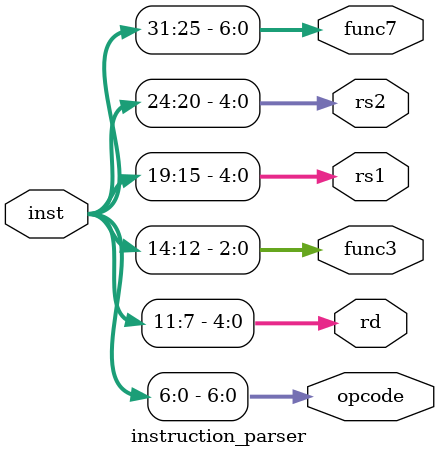
<source format=sv>
module instruction_parser(inst, opcode,rd,func3,rs1, rs2, func7);
  output reg [6:0]opcode;
  output reg [4:0]rd;
  output reg [2:0] func3;
  output reg [4:0] rs1;
  output reg [4:0] rs2;
  output reg [6:0]func7;
  input  [31:0] inst;
  
  
  always @(*)
    begin
     opcode = inst[6:0];
      rd = inst[11:7];
       func3 = inst[14:12];
      rs1 = inst[19:15];
     rs2 = inst[24:20];
     func7 = inst[31:25];
    end
 
        
   endmodule
</source>
